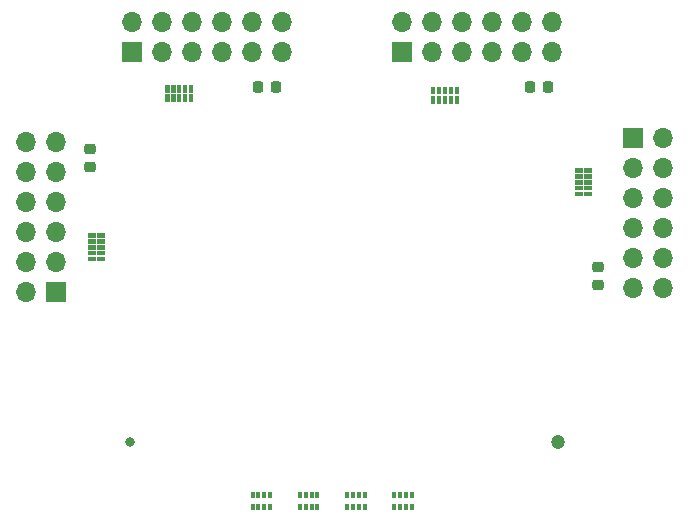
<source format=gbr>
G04 #@! TF.GenerationSoftware,KiCad,Pcbnew,6.0.7-1.fc35*
G04 #@! TF.CreationDate,2022-09-05T19:11:37-05:00*
G04 #@! TF.ProjectId,pmod-adapter,706d6f64-2d61-4646-9170-7465722e6b69,rev?*
G04 #@! TF.SameCoordinates,Original*
G04 #@! TF.FileFunction,Soldermask,Top*
G04 #@! TF.FilePolarity,Negative*
%FSLAX46Y46*%
G04 Gerber Fmt 4.6, Leading zero omitted, Abs format (unit mm)*
G04 Created by KiCad (PCBNEW 6.0.7-1.fc35) date 2022-09-05 19:11:37*
%MOMM*%
%LPD*%
G01*
G04 APERTURE LIST*
G04 Aperture macros list*
%AMRoundRect*
0 Rectangle with rounded corners*
0 $1 Rounding radius*
0 $2 $3 $4 $5 $6 $7 $8 $9 X,Y pos of 4 corners*
0 Add a 4 corners polygon primitive as box body*
4,1,4,$2,$3,$4,$5,$6,$7,$8,$9,$2,$3,0*
0 Add four circle primitives for the rounded corners*
1,1,$1+$1,$2,$3*
1,1,$1+$1,$4,$5*
1,1,$1+$1,$6,$7*
1,1,$1+$1,$8,$9*
0 Add four rect primitives between the rounded corners*
20,1,$1+$1,$2,$3,$4,$5,0*
20,1,$1+$1,$4,$5,$6,$7,0*
20,1,$1+$1,$6,$7,$8,$9,0*
20,1,$1+$1,$8,$9,$2,$3,0*%
G04 Aperture macros list end*
%ADD10C,0.010000*%
%ADD11R,0.400000X0.500000*%
%ADD12R,0.300000X0.500000*%
%ADD13R,1.700000X1.700000*%
%ADD14O,1.700000X1.700000*%
%ADD15RoundRect,0.225000X0.225000X0.250000X-0.225000X0.250000X-0.225000X-0.250000X0.225000X-0.250000X0*%
%ADD16RoundRect,0.225000X-0.250000X0.225000X-0.250000X-0.225000X0.250000X-0.225000X0.250000X0.225000X0*%
%ADD17RoundRect,0.225000X0.250000X-0.225000X0.250000X0.225000X-0.250000X0.225000X-0.250000X-0.225000X0*%
%ADD18C,1.200000*%
%ADD19C,0.800000*%
G04 APERTURE END LIST*
G04 #@! TO.C,D6*
G36*
X109150000Y-67175000D02*
G01*
X108850000Y-67175000D01*
X108850000Y-66600000D01*
X109150000Y-66600000D01*
X109150000Y-67175000D01*
G37*
D10*
X109150000Y-67175000D02*
X108850000Y-67175000D01*
X108850000Y-66600000D01*
X109150000Y-66600000D01*
X109150000Y-67175000D01*
G36*
X107650000Y-66400000D02*
G01*
X107350000Y-66400000D01*
X107350000Y-65825000D01*
X107650000Y-65825000D01*
X107650000Y-66400000D01*
G37*
X107650000Y-66400000D02*
X107350000Y-66400000D01*
X107350000Y-65825000D01*
X107650000Y-65825000D01*
X107650000Y-66400000D01*
G36*
X109650000Y-66400000D02*
G01*
X109350000Y-66400000D01*
X109350000Y-65825000D01*
X109650000Y-65825000D01*
X109650000Y-66400000D01*
G37*
X109650000Y-66400000D02*
X109350000Y-66400000D01*
X109350000Y-65825000D01*
X109650000Y-65825000D01*
X109650000Y-66400000D01*
G36*
X107650000Y-67175000D02*
G01*
X107350000Y-67175000D01*
X107350000Y-66600000D01*
X107650000Y-66600000D01*
X107650000Y-67175000D01*
G37*
X107650000Y-67175000D02*
X107350000Y-67175000D01*
X107350000Y-66600000D01*
X107650000Y-66600000D01*
X107650000Y-67175000D01*
G36*
X108150000Y-66400000D02*
G01*
X107850000Y-66400000D01*
X107850000Y-65825000D01*
X108150000Y-65825000D01*
X108150000Y-66400000D01*
G37*
X108150000Y-66400000D02*
X107850000Y-66400000D01*
X107850000Y-65825000D01*
X108150000Y-65825000D01*
X108150000Y-66400000D01*
G36*
X108650000Y-67175000D02*
G01*
X108350000Y-67175000D01*
X108350000Y-66600000D01*
X108650000Y-66600000D01*
X108650000Y-67175000D01*
G37*
X108650000Y-67175000D02*
X108350000Y-67175000D01*
X108350000Y-66600000D01*
X108650000Y-66600000D01*
X108650000Y-67175000D01*
G36*
X108150000Y-67175000D02*
G01*
X107850000Y-67175000D01*
X107850000Y-66600000D01*
X108150000Y-66600000D01*
X108150000Y-67175000D01*
G37*
X108150000Y-67175000D02*
X107850000Y-67175000D01*
X107850000Y-66600000D01*
X108150000Y-66600000D01*
X108150000Y-67175000D01*
G36*
X109150000Y-66400000D02*
G01*
X108850000Y-66400000D01*
X108850000Y-65825000D01*
X109150000Y-65825000D01*
X109150000Y-66400000D01*
G37*
X109150000Y-66400000D02*
X108850000Y-66400000D01*
X108850000Y-65825000D01*
X109150000Y-65825000D01*
X109150000Y-66400000D01*
G36*
X108650000Y-66400000D02*
G01*
X108350000Y-66400000D01*
X108350000Y-65825000D01*
X108650000Y-65825000D01*
X108650000Y-66400000D01*
G37*
X108650000Y-66400000D02*
X108350000Y-66400000D01*
X108350000Y-65825000D01*
X108650000Y-65825000D01*
X108650000Y-66400000D01*
G36*
X109650000Y-67175000D02*
G01*
X109350000Y-67175000D01*
X109350000Y-66600000D01*
X109650000Y-66600000D01*
X109650000Y-67175000D01*
G37*
X109650000Y-67175000D02*
X109350000Y-67175000D01*
X109350000Y-66600000D01*
X109650000Y-66600000D01*
X109650000Y-67175000D01*
G04 #@! TO.C,D2*
G36*
X142643751Y-74150000D02*
G01*
X142068751Y-74150000D01*
X142068751Y-73850000D01*
X142643751Y-73850000D01*
X142643751Y-74150000D01*
G37*
X142643751Y-74150000D02*
X142068751Y-74150000D01*
X142068751Y-73850000D01*
X142643751Y-73850000D01*
X142643751Y-74150000D01*
G36*
X142643751Y-75150000D02*
G01*
X142068751Y-75150000D01*
X142068751Y-74850000D01*
X142643751Y-74850000D01*
X142643751Y-75150000D01*
G37*
X142643751Y-75150000D02*
X142068751Y-75150000D01*
X142068751Y-74850000D01*
X142643751Y-74850000D01*
X142643751Y-75150000D01*
G36*
X142643751Y-73150000D02*
G01*
X142068751Y-73150000D01*
X142068751Y-72850000D01*
X142643751Y-72850000D01*
X142643751Y-73150000D01*
G37*
X142643751Y-73150000D02*
X142068751Y-73150000D01*
X142068751Y-72850000D01*
X142643751Y-72850000D01*
X142643751Y-73150000D01*
G36*
X143418751Y-73150000D02*
G01*
X142843751Y-73150000D01*
X142843751Y-72850000D01*
X143418751Y-72850000D01*
X143418751Y-73150000D01*
G37*
X143418751Y-73150000D02*
X142843751Y-73150000D01*
X142843751Y-72850000D01*
X143418751Y-72850000D01*
X143418751Y-73150000D01*
G36*
X143418751Y-74650000D02*
G01*
X142843751Y-74650000D01*
X142843751Y-74350000D01*
X143418751Y-74350000D01*
X143418751Y-74650000D01*
G37*
X143418751Y-74650000D02*
X142843751Y-74650000D01*
X142843751Y-74350000D01*
X143418751Y-74350000D01*
X143418751Y-74650000D01*
G36*
X143418751Y-73650000D02*
G01*
X142843751Y-73650000D01*
X142843751Y-73350000D01*
X143418751Y-73350000D01*
X143418751Y-73650000D01*
G37*
X143418751Y-73650000D02*
X142843751Y-73650000D01*
X142843751Y-73350000D01*
X143418751Y-73350000D01*
X143418751Y-73650000D01*
G36*
X142643751Y-74650000D02*
G01*
X142068751Y-74650000D01*
X142068751Y-74350000D01*
X142643751Y-74350000D01*
X142643751Y-74650000D01*
G37*
X142643751Y-74650000D02*
X142068751Y-74650000D01*
X142068751Y-74350000D01*
X142643751Y-74350000D01*
X142643751Y-74650000D01*
G36*
X142643751Y-73650000D02*
G01*
X142068751Y-73650000D01*
X142068751Y-73350000D01*
X142643751Y-73350000D01*
X142643751Y-73650000D01*
G37*
X142643751Y-73650000D02*
X142068751Y-73650000D01*
X142068751Y-73350000D01*
X142643751Y-73350000D01*
X142643751Y-73650000D01*
G36*
X143418751Y-75150000D02*
G01*
X142843751Y-75150000D01*
X142843751Y-74850000D01*
X143418751Y-74850000D01*
X143418751Y-75150000D01*
G37*
X143418751Y-75150000D02*
X142843751Y-75150000D01*
X142843751Y-74850000D01*
X143418751Y-74850000D01*
X143418751Y-75150000D01*
G36*
X143418751Y-74150000D02*
G01*
X142843751Y-74150000D01*
X142843751Y-73850000D01*
X143418751Y-73850000D01*
X143418751Y-74150000D01*
G37*
X143418751Y-74150000D02*
X142843751Y-74150000D01*
X142843751Y-73850000D01*
X143418751Y-73850000D01*
X143418751Y-74150000D01*
G04 #@! TO.C,D4*
G36*
X131650000Y-66512500D02*
G01*
X131350000Y-66512500D01*
X131350000Y-65937500D01*
X131650000Y-65937500D01*
X131650000Y-66512500D01*
G37*
X131650000Y-66512500D02*
X131350000Y-66512500D01*
X131350000Y-65937500D01*
X131650000Y-65937500D01*
X131650000Y-66512500D01*
G36*
X132150000Y-67287500D02*
G01*
X131850000Y-67287500D01*
X131850000Y-66712500D01*
X132150000Y-66712500D01*
X132150000Y-67287500D01*
G37*
X132150000Y-67287500D02*
X131850000Y-67287500D01*
X131850000Y-66712500D01*
X132150000Y-66712500D01*
X132150000Y-67287500D01*
G36*
X130150000Y-67287500D02*
G01*
X129850000Y-67287500D01*
X129850000Y-66712500D01*
X130150000Y-66712500D01*
X130150000Y-67287500D01*
G37*
X130150000Y-67287500D02*
X129850000Y-67287500D01*
X129850000Y-66712500D01*
X130150000Y-66712500D01*
X130150000Y-67287500D01*
G36*
X131150000Y-66512500D02*
G01*
X130850000Y-66512500D01*
X130850000Y-65937500D01*
X131150000Y-65937500D01*
X131150000Y-66512500D01*
G37*
X131150000Y-66512500D02*
X130850000Y-66512500D01*
X130850000Y-65937500D01*
X131150000Y-65937500D01*
X131150000Y-66512500D01*
G36*
X130150000Y-66512500D02*
G01*
X129850000Y-66512500D01*
X129850000Y-65937500D01*
X130150000Y-65937500D01*
X130150000Y-66512500D01*
G37*
X130150000Y-66512500D02*
X129850000Y-66512500D01*
X129850000Y-65937500D01*
X130150000Y-65937500D01*
X130150000Y-66512500D01*
G36*
X130650000Y-66512500D02*
G01*
X130350000Y-66512500D01*
X130350000Y-65937500D01*
X130650000Y-65937500D01*
X130650000Y-66512500D01*
G37*
X130650000Y-66512500D02*
X130350000Y-66512500D01*
X130350000Y-65937500D01*
X130650000Y-65937500D01*
X130650000Y-66512500D01*
G36*
X130650000Y-67287500D02*
G01*
X130350000Y-67287500D01*
X130350000Y-66712500D01*
X130650000Y-66712500D01*
X130650000Y-67287500D01*
G37*
X130650000Y-67287500D02*
X130350000Y-67287500D01*
X130350000Y-66712500D01*
X130650000Y-66712500D01*
X130650000Y-67287500D01*
G36*
X132150000Y-66512500D02*
G01*
X131850000Y-66512500D01*
X131850000Y-65937500D01*
X132150000Y-65937500D01*
X132150000Y-66512500D01*
G37*
X132150000Y-66512500D02*
X131850000Y-66512500D01*
X131850000Y-65937500D01*
X132150000Y-65937500D01*
X132150000Y-66512500D01*
G36*
X131650000Y-67287500D02*
G01*
X131350000Y-67287500D01*
X131350000Y-66712500D01*
X131650000Y-66712500D01*
X131650000Y-67287500D01*
G37*
X131650000Y-67287500D02*
X131350000Y-67287500D01*
X131350000Y-66712500D01*
X131650000Y-66712500D01*
X131650000Y-67287500D01*
G36*
X131150000Y-67287500D02*
G01*
X130850000Y-67287500D01*
X130850000Y-66712500D01*
X131150000Y-66712500D01*
X131150000Y-67287500D01*
G37*
X131150000Y-67287500D02*
X130850000Y-67287500D01*
X130850000Y-66712500D01*
X131150000Y-66712500D01*
X131150000Y-67287500D01*
G04 #@! TO.C,D8*
G36*
X101400000Y-80650000D02*
G01*
X100825000Y-80650000D01*
X100825000Y-80350000D01*
X101400000Y-80350000D01*
X101400000Y-80650000D01*
G37*
X101400000Y-80650000D02*
X100825000Y-80650000D01*
X100825000Y-80350000D01*
X101400000Y-80350000D01*
X101400000Y-80650000D01*
G36*
X101400000Y-79150000D02*
G01*
X100825000Y-79150000D01*
X100825000Y-78850000D01*
X101400000Y-78850000D01*
X101400000Y-79150000D01*
G37*
X101400000Y-79150000D02*
X100825000Y-79150000D01*
X100825000Y-78850000D01*
X101400000Y-78850000D01*
X101400000Y-79150000D01*
G36*
X102175000Y-79650000D02*
G01*
X101600000Y-79650000D01*
X101600000Y-79350000D01*
X102175000Y-79350000D01*
X102175000Y-79650000D01*
G37*
X102175000Y-79650000D02*
X101600000Y-79650000D01*
X101600000Y-79350000D01*
X102175000Y-79350000D01*
X102175000Y-79650000D01*
G36*
X101400000Y-78650000D02*
G01*
X100825000Y-78650000D01*
X100825000Y-78350000D01*
X101400000Y-78350000D01*
X101400000Y-78650000D01*
G37*
X101400000Y-78650000D02*
X100825000Y-78650000D01*
X100825000Y-78350000D01*
X101400000Y-78350000D01*
X101400000Y-78650000D01*
G36*
X101400000Y-80150000D02*
G01*
X100825000Y-80150000D01*
X100825000Y-79850000D01*
X101400000Y-79850000D01*
X101400000Y-80150000D01*
G37*
X101400000Y-80150000D02*
X100825000Y-80150000D01*
X100825000Y-79850000D01*
X101400000Y-79850000D01*
X101400000Y-80150000D01*
G36*
X102175000Y-80150000D02*
G01*
X101600000Y-80150000D01*
X101600000Y-79850000D01*
X102175000Y-79850000D01*
X102175000Y-80150000D01*
G37*
X102175000Y-80150000D02*
X101600000Y-80150000D01*
X101600000Y-79850000D01*
X102175000Y-79850000D01*
X102175000Y-80150000D01*
G36*
X101400000Y-79650000D02*
G01*
X100825000Y-79650000D01*
X100825000Y-79350000D01*
X101400000Y-79350000D01*
X101400000Y-79650000D01*
G37*
X101400000Y-79650000D02*
X100825000Y-79650000D01*
X100825000Y-79350000D01*
X101400000Y-79350000D01*
X101400000Y-79650000D01*
G36*
X102175000Y-78650000D02*
G01*
X101600000Y-78650000D01*
X101600000Y-78350000D01*
X102175000Y-78350000D01*
X102175000Y-78650000D01*
G37*
X102175000Y-78650000D02*
X101600000Y-78650000D01*
X101600000Y-78350000D01*
X102175000Y-78350000D01*
X102175000Y-78650000D01*
G36*
X102175000Y-80650000D02*
G01*
X101600000Y-80650000D01*
X101600000Y-80350000D01*
X102175000Y-80350000D01*
X102175000Y-80650000D01*
G37*
X102175000Y-80650000D02*
X101600000Y-80650000D01*
X101600000Y-80350000D01*
X102175000Y-80350000D01*
X102175000Y-80650000D01*
G36*
X102175000Y-79150000D02*
G01*
X101600000Y-79150000D01*
X101600000Y-78850000D01*
X102175000Y-78850000D01*
X102175000Y-79150000D01*
G37*
X102175000Y-79150000D02*
X101600000Y-79150000D01*
X101600000Y-78850000D01*
X102175000Y-78850000D01*
X102175000Y-79150000D01*
G04 #@! TD*
D11*
G04 #@! TO.C,RN8*
X114750000Y-101500000D03*
D12*
X115250000Y-101500000D03*
X115750000Y-101500000D03*
D11*
X116250000Y-101500000D03*
X116250000Y-100500000D03*
D12*
X115750000Y-100500000D03*
X115250000Y-100500000D03*
D11*
X114750000Y-100500000D03*
G04 #@! TD*
D13*
G04 #@! TO.C,J1*
X147000000Y-70300000D03*
D14*
X147000000Y-72840000D03*
X147000000Y-75380000D03*
X147000000Y-77920000D03*
X147000000Y-80460000D03*
X147000000Y-83000000D03*
X149540000Y-70300000D03*
X149540000Y-72840000D03*
X149540000Y-75380000D03*
X149540000Y-77920000D03*
X149540000Y-80460000D03*
X149540000Y-83000000D03*
G04 #@! TD*
D11*
G04 #@! TO.C,RN7*
X118750000Y-101500000D03*
D12*
X119250000Y-101500000D03*
X119750000Y-101500000D03*
D11*
X120250000Y-101500000D03*
X120250000Y-100500000D03*
D12*
X119750000Y-100500000D03*
X119250000Y-100500000D03*
D11*
X118750000Y-100500000D03*
G04 #@! TD*
D13*
G04 #@! TO.C,J2*
X127430000Y-63000000D03*
D14*
X129970000Y-63000000D03*
X132510000Y-63000000D03*
X135050000Y-63000000D03*
X137590000Y-63000000D03*
X140130000Y-63000000D03*
X127430000Y-60460000D03*
X129970000Y-60460000D03*
X132510000Y-60460000D03*
X135050000Y-60460000D03*
X137590000Y-60460000D03*
X140130000Y-60460000D03*
G04 #@! TD*
D13*
G04 #@! TO.C,J3*
X104570000Y-63000000D03*
D14*
X107110000Y-63000000D03*
X109650000Y-63000000D03*
X112190000Y-63000000D03*
X114730000Y-63000000D03*
X117270000Y-63000000D03*
X104570000Y-60460000D03*
X107110000Y-60460000D03*
X109650000Y-60460000D03*
X112190000Y-60460000D03*
X114730000Y-60460000D03*
X117270000Y-60460000D03*
G04 #@! TD*
D15*
G04 #@! TO.C,C3*
X116775000Y-66000000D03*
X115225000Y-66000000D03*
G04 #@! TD*
G04 #@! TO.C,C2*
X139775000Y-66000000D03*
X138225000Y-66000000D03*
G04 #@! TD*
D16*
G04 #@! TO.C,C4*
X101000000Y-71225000D03*
X101000000Y-72775000D03*
G04 #@! TD*
D13*
G04 #@! TO.C,J4*
X98150000Y-83350000D03*
D14*
X98150000Y-80810000D03*
X98150000Y-78270000D03*
X98150000Y-75730000D03*
X98150000Y-73190000D03*
X98150000Y-70650000D03*
X95610000Y-83350000D03*
X95610000Y-80810000D03*
X95610000Y-78270000D03*
X95610000Y-75730000D03*
X95610000Y-73190000D03*
X95610000Y-70650000D03*
G04 #@! TD*
D11*
G04 #@! TO.C,RN6*
X122750000Y-101500000D03*
D12*
X123250000Y-101500000D03*
X123750000Y-101500000D03*
D11*
X124250000Y-101500000D03*
X124250000Y-100500000D03*
D12*
X123750000Y-100500000D03*
X123250000Y-100500000D03*
D11*
X122750000Y-100500000D03*
G04 #@! TD*
D17*
G04 #@! TO.C,C1*
X144000000Y-82775000D03*
X144000000Y-81225000D03*
G04 #@! TD*
D11*
G04 #@! TO.C,RN5*
X126750000Y-101500000D03*
D12*
X127250000Y-101500000D03*
X127750000Y-101500000D03*
D11*
X128250000Y-101500000D03*
X128250000Y-100500000D03*
D12*
X127750000Y-100500000D03*
X127250000Y-100500000D03*
D11*
X126750000Y-100500000D03*
G04 #@! TD*
D18*
G04 #@! TO.C,J5*
X140600000Y-96000000D03*
D19*
X104400000Y-96000000D03*
G04 #@! TD*
M02*

</source>
